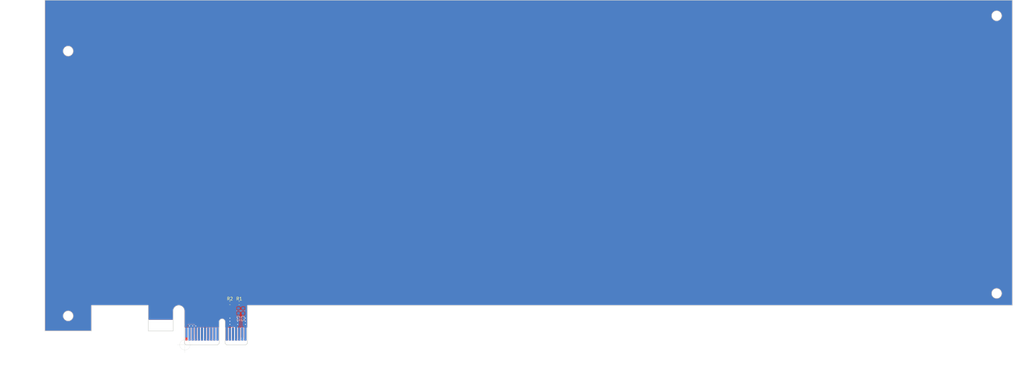
<source format=kicad_pcb>
(kicad_pcb (version 20171130) (host pcbnew 5.1.3-ffb9f22~84~ubuntu16.04.1)

  (general
    (thickness 1.6)
    (drawings 48)
    (tracks 35)
    (zones 0)
    (modules 6)
    (nets 25)
  )

  (page B)
  (title_block
    (title PCIexpress_x16_full)
    (company "Author: Luca Anastasio")
  )

  (layers
    (0 F.Cu power)
    (1 In1.Cu power)
    (2 In2.Cu power)
    (31 B.Cu power)
    (32 B.Adhes user)
    (33 F.Adhes user)
    (34 B.Paste user)
    (35 F.Paste user)
    (36 B.SilkS user)
    (37 F.SilkS user)
    (38 B.Mask user)
    (39 F.Mask user)
    (40 Dwgs.User user)
    (41 Cmts.User user)
    (42 Eco1.User user)
    (43 Eco2.User user)
    (44 Edge.Cuts user)
    (45 Margin user)
    (46 B.CrtYd user)
    (47 F.CrtYd user)
    (48 B.Fab user)
    (49 F.Fab user)
  )

  (setup
    (last_trace_width 0.0889)
    (user_trace_width 0.0889)
    (user_trace_width 0.127)
    (user_trace_width 0.2)
    (trace_clearance 0.0889)
    (zone_clearance 0)
    (zone_45_only no)
    (trace_min 0.0889)
    (via_size 0.45)
    (via_drill 0.2)
    (via_min_size 0.45)
    (via_min_drill 0.2)
    (user_via 0.45 0.2)
    (user_via 0.5 0.25)
    (user_via 0.55 0.3)
    (uvia_size 0.3)
    (uvia_drill 0.1)
    (uvias_allowed no)
    (uvia_min_size 0.2)
    (uvia_min_drill 0.1)
    (edge_width 0.05)
    (segment_width 0.2)
    (pcb_text_width 0.3)
    (pcb_text_size 1.5 1.5)
    (mod_edge_width 0.12)
    (mod_text_size 1 1)
    (mod_text_width 0.15)
    (pad_size 1.524 1.524)
    (pad_drill 0.762)
    (pad_to_mask_clearance 0.051)
    (solder_mask_min_width 0.25)
    (aux_axis_origin 109.625 194.125)
    (grid_origin 109.625 194.125)
    (visible_elements FFFDFFFF)
    (pcbplotparams
      (layerselection 0x010fc_ffffffff)
      (usegerberextensions false)
      (usegerberattributes false)
      (usegerberadvancedattributes false)
      (creategerberjobfile false)
      (excludeedgelayer true)
      (linewidth 0.100000)
      (plotframeref false)
      (viasonmask false)
      (mode 1)
      (useauxorigin false)
      (hpglpennumber 1)
      (hpglpenspeed 20)
      (hpglpendiameter 15.000000)
      (psnegative false)
      (psa4output false)
      (plotreference true)
      (plotvalue true)
      (plotinvisibletext false)
      (padsonsilk false)
      (subtractmaskfromsilk false)
      (outputformat 1)
      (mirror false)
      (drillshape 1)
      (scaleselection 1)
      (outputdirectory ""))
  )

  (net 0 "")
  (net 1 GND)
  (net 2 +12V)
  (net 3 +3V3)
  (net 4 +3.3VA)
  (net 5 "Net-(J2-PadB12)")
  (net 6 /PER0_P)
  (net 7 /PER0_N)
  (net 8 /SMCLK)
  (net 9 /SMDAT)
  (net 10 /~TRST)
  (net 11 /~WAKE)
  (net 12 /PET0_P)
  (net 13 /PET0_N)
  (net 14 /~PRSNT2x1)
  (net 15 /~PRSNT1)
  (net 16 /TCK)
  (net 17 /TDI)
  (net 18 /TDO)
  (net 19 /TMS)
  (net 20 /~PERST)
  (net 21 /REFCLK-)
  (net 22 /REFCLK+)
  (net 23 /PCIexpress_connector/_PER0_P)
  (net 24 /PCIexpress_connector/_PER0_N)

  (net_class Default "This is the default net class."
    (clearance 0.0889)
    (trace_width 0.0889)
    (via_dia 0.45)
    (via_drill 0.2)
    (uvia_dia 0.3)
    (uvia_drill 0.1)
    (diff_pair_width 0.2)
    (diff_pair_gap 0.2)
    (add_net +12V)
    (add_net +3.3VA)
    (add_net +3V3)
    (add_net /SMCLK)
    (add_net /SMDAT)
    (add_net /TCK)
    (add_net /TDI)
    (add_net /TDO)
    (add_net /TMS)
    (add_net /~PERST)
    (add_net /~PRSNT1)
    (add_net /~PRSNT2x1)
    (add_net /~TRST)
    (add_net /~WAKE)
    (add_net GND)
    (add_net "Net-(J2-PadB12)")
  )

  (net_class Diff-100-PCIe ""
    (clearance 0.2)
    (trace_width 0.0889)
    (via_dia 0.45)
    (via_drill 0.2)
    (uvia_dia 0.3)
    (uvia_drill 0.1)
    (diff_pair_width 0.2)
    (diff_pair_gap 0.2)
    (add_net /PCIexpress_connector/_PER0_N)
    (add_net /PCIexpress_connector/_PER0_P)
    (add_net /PER0_N)
    (add_net /PER0_P)
    (add_net /PET0_N)
    (add_net /PET0_P)
    (add_net /REFCLK+)
    (add_net /REFCLK-)
  )

  (net_class JLC2313-100d-3.5 ""
    (clearance 0.1)
    (trace_width 0.0889)
    (via_dia 0.45)
    (via_drill 0.2)
    (uvia_dia 0.3)
    (uvia_drill 0.1)
    (diff_pair_width 0.0889)
    (diff_pair_gap 0.1016)
  )

  (net_class JLC2313-100d-4 ""
    (clearance 0.1)
    (trace_width 0.0889)
    (via_dia 0.45)
    (via_drill 0.2)
    (uvia_dia 0.3)
    (uvia_drill 0.1)
    (diff_pair_width 0.1016)
    (diff_pair_gap 0.127)
  )

  (net_class JLC7628-100d-8 ""
    (clearance 0.2)
    (trace_width 0.0889)
    (via_dia 0.45)
    (via_drill 0.2)
    (uvia_dia 0.3)
    (uvia_drill 0.1)
    (diff_pair_width 0.2032)
    (diff_pair_gap 0.2032)
  )

  (module PCIexpress:PCIexpress_x1 (layer F.Cu) (tedit 5D338A37) (tstamp 5D4F3706)
    (at 109.625 194.125)
    (descr "PCIexpress x1 footprint")
    (tags PCIexpress)
    (path /5D508B15/5D4FEBD7)
    (attr virtual)
    (fp_text reference J2 (at 0 -19.75) (layer F.SilkS) hide
      (effects (font (size 1 1) (thickness 0.15)))
    )
    (fp_text value PCIexpress_x1 (at 0 -23) (layer F.Fab)
      (effects (font (size 1 1) (thickness 0.15)))
    )
    (fp_text user "Keep out components and traces both sides" (at 264.25 -65.25 90) (layer Cmts.User)
      (effects (font (size 1 1) (thickness 0.15)))
    )
    (fp_text user %R (at 0 -17.5) (layer F.Fab)
      (effects (font (size 1 1) (thickness 0.15)))
    )
    (fp_line (start 0.35 0) (end 10.55 0) (layer Dwgs.User) (width 0.12))
    (fp_line (start 11.05 -7.45) (end 11.05 -0.5) (layer Dwgs.User) (width 0.12))
    (fp_line (start 12.95 -7.45) (end 12.95 -0.5) (layer Dwgs.User) (width 0.12))
    (fp_arc (start 12 -7.45) (end 11.05 -7.45) (angle 180) (layer Dwgs.User) (width 0.12))
    (fp_line (start 11.05 -0.5) (end 10.55 0) (layer Dwgs.User) (width 0.12))
    (fp_line (start 12.95 -0.5) (end 13.45 0) (layer Dwgs.User) (width 0.12))
    (fp_line (start 13.45 0) (end 19.65 0) (layer Dwgs.User) (width 0.12))
    (fp_line (start -0.15 -0.5) (end -0.15 -10.925) (layer Dwgs.User) (width 0.12))
    (fp_line (start 20.15 -0.5) (end 20.15 -12.75) (layer Dwgs.User) (width 0.12))
    (fp_line (start -0.15 -0.5) (end 0.35 0) (layer Dwgs.User) (width 0.12))
    (fp_line (start 20.15 -0.5) (end 19.65 0) (layer Dwgs.User) (width 0.12))
    (fp_poly (pts (xy -0.25 -5.5) (xy 20.25 -5.5) (xy 20.25 0) (xy -0.25 0)) (layer F.Mask) (width 0.2))
    (fp_poly (pts (xy -0.25 -5.5) (xy 20.25 -5.5) (xy 20.25 0) (xy -0.25 0)) (layer B.Mask) (width 0.2))
    (fp_arc (start -1.975 -10.925) (end -0.15 -10.925) (angle -180) (layer Dwgs.User) (width 0.12))
    (fp_line (start -11.8 -4.5) (end -3.8 -4.5) (layer Dwgs.User) (width 0.12))
    (fp_line (start -3.8 -4.5) (end -3.8 -10.925) (layer Dwgs.User) (width 0.12))
    (fp_line (start -11.8 -4.5) (end -11.8 -12.75) (layer Dwgs.User) (width 0.12))
    (fp_line (start -30.15 -12.75) (end -11.8 -12.75) (layer Dwgs.User) (width 0.12))
    (fp_line (start -30.15 -4.5) (end -30.15 -12.75) (layer Dwgs.User) (width 0.12))
    (fp_line (start -30.15 -4.5) (end -45.15 -4.5) (layer Dwgs.User) (width 0.12))
    (fp_line (start 20.15 -12.75) (end 122.5027 -12.75) (layer Dwgs.User) (width 0.12))
    (fp_line (start -45.15 -111.15) (end 122.5 -111.15) (layer Dwgs.User) (width 0.12))
    (fp_line (start 122.5 -111.15) (end 122.5 -12.75) (layer Dwgs.User) (width 0.12))
    (fp_line (start -45.15 -111.15) (end -45.15 -4.5) (layer Dwgs.User) (width 0.12))
    (fp_line (start -45.15 -68.9) (end 122.5 -68.9) (layer Dwgs.User) (width 0.12))
    (fp_text user "Low profile max height" (at 39.25 -71) (layer Cmts.User)
      (effects (font (size 2 2) (thickness 0.25)))
    )
    (fp_text user "Full height max" (at 36.75 -108.25) (layer Cmts.User)
      (effects (font (size 2 2) (thickness 0.25)))
    )
    (fp_text user "Half length max" (at 124.5 -72.25 90) (layer Cmts.User)
      (effects (font (size 2 2) (thickness 0.25)))
    )
    (fp_circle (center -37.65 -9.35) (end -36.05 -9.35) (layer Dwgs.User) (width 0.12))
    (fp_line (start -11.8 -8) (end -3.8 -8) (layer Dwgs.User) (width 0.12))
    (fp_text user "Keep Out Cu" (at -7.75 -3.5) (layer Cmts.User)
      (effects (font (size 1 1) (thickness 0.15)))
    )
    (fp_poly (pts (xy -11.8 -4.5) (xy -11.8 -8) (xy -3.8 -8) (xy -3.8 -4.5)) (layer F.Mask) (width 0))
    (fp_poly (pts (xy -11.8 -4.5) (xy -11.8 -8) (xy -3.8 -8) (xy -3.8 -4.5)) (layer B.Mask) (width 0))
    (fp_circle (center -37.65 -63.25) (end -36.05 -63.25) (layer Dwgs.User) (width 0.12))
    (fp_circle (center -37.65 -94.75) (end -36.05 -94.75) (layer Dwgs.User) (width 0.12))
    (fp_line (start 122.5027 -12.75) (end 266.8527 -12.75) (layer Dwgs.User) (width 0.12))
    (fp_line (start 122.5 -111.15) (end 266.85 -111.15) (layer Dwgs.User) (width 0.12))
    (fp_line (start 266.85 -111.15) (end 266.8527 -12.75) (layer Dwgs.User) (width 0.12))
    (fp_text user "Full length max" (at 269 -74 90) (layer Cmts.User)
      (effects (font (size 2 2) (thickness 0.25)))
    )
    (fp_line (start -0.15 -10.925) (end -0.15 -13.75) (layer Dwgs.User) (width 0.12))
    (fp_line (start -0.15 -13.75) (end -45.15 -13.75) (layer Dwgs.User) (width 0.12))
    (fp_line (start 20.15 -12.75) (end 20.15 -13.75) (layer Dwgs.User) (width 0.12))
    (fp_text user "Keep out components and traces both sides" (at -21.75 -12) (layer Cmts.User)
      (effects (font (size 1 1) (thickness 0.15)))
    )
    (fp_line (start -45.15 -58.5) (end -32.45 -58.5) (layer Dwgs.User) (width 0.12))
    (fp_line (start -32.45 -58.5) (end -32.45 -67.9) (layer Dwgs.User) (width 0.12))
    (fp_line (start -32.45 -110.15) (end 92 -110.15) (layer Dwgs.User) (width 0.12))
    (fp_line (start 20.15 -13.75) (end 121.5 -13.75) (layer Dwgs.User) (width 0.12))
    (fp_line (start 92 -110.15) (end 92 -108.15) (layer Dwgs.User) (width 0.12))
    (fp_line (start 92 -108.15) (end 117.42 -108.15) (layer Dwgs.User) (width 0.12))
    (fp_line (start 121.5 -67.9) (end 121.5 -13.75) (layer Dwgs.User) (width 0.12))
    (fp_line (start -44.15 -58.5) (end -44.15 -13.75) (layer Dwgs.User) (width 0.12))
    (fp_text user "Keep out components and traces solder side" (at -44.75 -36 90) (layer Cmts.User)
      (effects (font (size 1 1) (thickness 0.15)))
    )
    (fp_text user "Keep out components and traces both sides" (at 121.893243 -40.134926 90) (layer Cmts.User)
      (effects (font (size 1 1) (thickness 0.15)))
    )
    (fp_line (start -32.45 -67.9) (end 121.5 -67.9) (layer Dwgs.User) (width 0.12))
    (fp_line (start -45.15 -89.7) (end -32.45 -89.7) (layer Dwgs.User) (width 0.12))
    (fp_line (start -32.45 -110.15) (end -32.45 -89.7) (layer Dwgs.User) (width 0.12))
    (fp_line (start 117.42 -108.15) (end 117.42 -13.75) (layer Dwgs.User) (width 0.12))
    (fp_text user "Keep out components and traces both sides" (at 120 -87.75 90) (layer Cmts.User)
      (effects (font (size 1 1) (thickness 0.15)))
    )
    (fp_line (start -40.07 -13.75) (end -40.07 -89.7) (layer Dwgs.User) (width 0.12))
    (fp_text user "Keep out components and traces solder side" (at -42.25 -77.5 180) (layer Cmts.User)
      (effects (font (size 1 1) (thickness 0.15)))
    )
    (fp_text user "Max component height: solder side 2,67mm component side 14,49mm" (at 40 -44.25) (layer Cmts.User)
      (effects (font (size 2 2) (thickness 0.25)))
    )
    (fp_line (start 96.9 -14.1) (end 96.9 -13.75) (layer Dwgs.User) (width 0.12))
    (fp_line (start 96.9 -14.1) (end 105.05 -14.1) (layer Dwgs.User) (width 0.12))
    (fp_line (start 105.05 -14.1) (end 105.05 -16.1) (layer Dwgs.User) (width 0.12))
    (fp_line (start 105.05 -16.1) (end 110.3 -16.1) (layer Dwgs.User) (width 0.12))
    (fp_line (start 110.3 -16.1) (end 110.3 -13.75) (layer Dwgs.User) (width 0.12))
    (fp_text user "Keep out components and traces component side" (at 107.75 -9 180) (layer Cmts.User)
      (effects (font (size 1 1) (thickness 0.15)))
    )
    (fp_line (start 107.5 -10) (end 107.5 -15) (layer Cmts.User) (width 0.12))
    (fp_line (start 107.5 -15) (end 107 -14.5) (layer Cmts.User) (width 0.12))
    (fp_line (start 107.5 -15) (end 108 -14.5) (layer Cmts.User) (width 0.12))
    (fp_line (start 122.5 -108.15) (end 256.65 -108.15) (layer Dwgs.User) (width 0.12))
    (fp_line (start 256.65 -108.15) (end 256.65 -99.7) (layer Dwgs.User) (width 0.12))
    (fp_line (start 122.5 -13.75) (end 256.65 -13.75) (layer Dwgs.User) (width 0.12))
    (fp_line (start 256.65 -13.75) (end 256.65 -22.9) (layer Dwgs.User) (width 0.12))
    (fp_line (start 256.65 -22.9) (end 261.77 -22.9) (layer Dwgs.User) (width 0.12))
    (fp_line (start 256.65 -99.7) (end 261.77 -99.7) (layer Dwgs.User) (width 0.12))
    (fp_line (start 261.77 -99.7) (end 261.77 -22.9) (layer Dwgs.User) (width 0.12))
    (fp_circle (center 261.77 -16.6) (end 263.37 -16.6) (layer Dwgs.User) (width 0.12))
    (fp_circle (center 261.77 -106.13) (end 263.37 -106.13) (layer Dwgs.User) (width 0.12))
    (pad B1 connect rect (at 0.5 -3.5) (size 0.7 4.2) (layers F.Cu)
      (net 2 +12V))
    (pad B2 connect rect (at 1.5 -3.5) (size 0.7 4.2) (layers F.Cu)
      (net 2 +12V))
    (pad B3 connect rect (at 2.5 -3.5) (size 0.7 4.2) (layers F.Cu)
      (net 2 +12V))
    (pad B4 connect rect (at 3.5 -3.5) (size 0.7 4.2) (layers F.Cu)
      (net 1 GND))
    (pad B5 connect rect (at 4.5 -3.5) (size 0.7 4.2) (layers F.Cu)
      (net 8 /SMCLK))
    (pad B6 connect rect (at 5.5 -3.5) (size 0.7 4.2) (layers F.Cu)
      (net 9 /SMDAT))
    (pad B7 connect rect (at 6.5 -3.5) (size 0.7 4.2) (layers F.Cu)
      (net 1 GND))
    (pad B8 connect rect (at 7.5 -3.5) (size 0.7 4.2) (layers F.Cu)
      (net 3 +3V3))
    (pad B9 connect rect (at 8.5 -3.5) (size 0.7 4.2) (layers F.Cu)
      (net 10 /~TRST))
    (pad B10 connect rect (at 9.5 -3.5) (size 0.7 4.2) (layers F.Cu)
      (net 4 +3.3VA))
    (pad B11 connect rect (at 10.5 -3.5) (size 0.7 4.2) (layers F.Cu)
      (net 11 /~WAKE))
    (pad B14 connect rect (at 15.5 -3.5) (size 0.7 4.2) (layers F.Cu)
      (net 12 /PET0_P))
    (pad B15 connect rect (at 16.5 -3.5) (size 0.7 4.2) (layers F.Cu)
      (net 13 /PET0_N))
    (pad B16 connect rect (at 17.5 -3.5) (size 0.7 4.2) (layers F.Cu)
      (net 1 GND))
    (pad B17 connect rect (at 18.5 -4) (size 0.7 3.2) (layers F.Cu)
      (net 14 /~PRSNT2x1))
    (pad B18 connect rect (at 19.5 -3.5) (size 0.7 4.2) (layers F.Cu)
      (net 1 GND))
    (pad B12 connect rect (at 13.5 -3.5) (size 0.7 4.2) (layers F.Cu)
      (net 5 "Net-(J2-PadB12)"))
    (pad B13 connect rect (at 14.5 -3.5) (size 0.7 4.2) (layers F.Cu)
      (net 1 GND))
    (pad A1 connect rect (at 0.5 -4) (size 0.7 3.2) (layers B.Cu)
      (net 15 /~PRSNT1))
    (pad A2 connect rect (at 1.5 -3.5) (size 0.7 4.2) (layers B.Cu)
      (net 2 +12V))
    (pad A3 connect rect (at 2.5 -3.5) (size 0.7 4.2) (layers B.Cu)
      (net 2 +12V))
    (pad A4 connect rect (at 3.5 -3.5) (size 0.7 4.2) (layers B.Cu)
      (net 1 GND))
    (pad A5 connect rect (at 4.5 -3.5) (size 0.7 4.2) (layers B.Cu)
      (net 16 /TCK))
    (pad A6 connect rect (at 5.5 -3.5) (size 0.7 4.2) (layers B.Cu)
      (net 17 /TDI))
    (pad A7 connect rect (at 6.5 -3.5) (size 0.7 4.2) (layers B.Cu)
      (net 18 /TDO))
    (pad A8 connect rect (at 7.5 -3.5) (size 0.7 4.2) (layers B.Cu)
      (net 19 /TMS))
    (pad A9 connect rect (at 8.5 -3.5) (size 0.7 4.2) (layers B.Cu)
      (net 3 +3V3))
    (pad A10 connect rect (at 9.5 -3.5) (size 0.7 4.2) (layers B.Cu)
      (net 3 +3V3))
    (pad A11 connect rect (at 10.5 -3.5) (size 0.7 4.2) (layers B.Cu)
      (net 20 /~PERST))
    (pad A14 connect rect (at 15.5 -3.5) (size 0.7 4.2) (layers B.Cu)
      (net 21 /REFCLK-))
    (pad A15 connect rect (at 16.5 -3.5) (size 0.7 4.2) (layers B.Cu)
      (net 1 GND))
    (pad A16 connect rect (at 17.5 -3.5) (size 0.7 4.2) (layers B.Cu)
      (net 23 /PCIexpress_connector/_PER0_P))
    (pad A17 connect rect (at 18.5 -3.5) (size 0.7 4.2) (layers B.Cu)
      (net 24 /PCIexpress_connector/_PER0_N))
    (pad A18 connect rect (at 19.5 -3.5) (size 0.7 4.2) (layers B.Cu)
      (net 1 GND))
    (pad A12 connect rect (at 13.5 -3.5) (size 0.7 4.2) (layers B.Cu)
      (net 1 GND))
    (pad A13 connect rect (at 14.5 -3.5) (size 0.7 4.2) (layers B.Cu)
      (net 22 /REFCLK+))
  )

  (module Capacitor_SMD:C_0603_1608Metric (layer B.Cu) (tedit 5B301BBE) (tstamp 5D3B9A8E)
    (at 128.375 183.125 90)
    (descr "Capacitor SMD 0603 (1608 Metric), square (rectangular) end terminal, IPC_7351 nominal, (Body size source: http://www.tortai-tech.com/upload/download/2011102023233369053.pdf), generated with kicad-footprint-generator")
    (tags capacitor)
    (path /5D508B15/5DAB5272/5DAB685F)
    (attr smd)
    (fp_text reference C2 (at -2.5 0 90) (layer B.SilkS)
      (effects (font (size 1 1) (thickness 0.15)) (justify mirror))
    )
    (fp_text value 100n (at 0 -1.43 90) (layer B.Fab)
      (effects (font (size 1 1) (thickness 0.15)) (justify mirror))
    )
    (fp_text user %R (at 0 0 90) (layer B.Fab)
      (effects (font (size 0.4 0.4) (thickness 0.06)) (justify mirror))
    )
    (fp_line (start 1.48 -0.73) (end -1.48 -0.73) (layer B.CrtYd) (width 0.05))
    (fp_line (start 1.48 0.73) (end 1.48 -0.73) (layer B.CrtYd) (width 0.05))
    (fp_line (start -1.48 0.73) (end 1.48 0.73) (layer B.CrtYd) (width 0.05))
    (fp_line (start -1.48 -0.73) (end -1.48 0.73) (layer B.CrtYd) (width 0.05))
    (fp_line (start -0.162779 -0.51) (end 0.162779 -0.51) (layer B.SilkS) (width 0.12))
    (fp_line (start -0.162779 0.51) (end 0.162779 0.51) (layer B.SilkS) (width 0.12))
    (fp_line (start 0.8 -0.4) (end -0.8 -0.4) (layer B.Fab) (width 0.1))
    (fp_line (start 0.8 0.4) (end 0.8 -0.4) (layer B.Fab) (width 0.1))
    (fp_line (start -0.8 0.4) (end 0.8 0.4) (layer B.Fab) (width 0.1))
    (fp_line (start -0.8 -0.4) (end -0.8 0.4) (layer B.Fab) (width 0.1))
    (pad 2 smd roundrect (at 0.7875 0 90) (size 0.875 0.95) (layers B.Cu B.Paste B.Mask) (roundrect_rratio 0.25)
      (net 7 /PER0_N))
    (pad 1 smd roundrect (at -0.7875 0 90) (size 0.875 0.95) (layers B.Cu B.Paste B.Mask) (roundrect_rratio 0.25)
      (net 24 /PCIexpress_connector/_PER0_N))
    (model ${KISYS3DMOD}/Capacitor_SMD.3dshapes/C_0603_1608Metric.wrl
      (at (xyz 0 0 0))
      (scale (xyz 1 1 1))
      (rotate (xyz 0 0 0))
    )
  )

  (module Capacitor_SMD:C_0603_1608Metric (layer B.Cu) (tedit 5B301BBE) (tstamp 5D3B9A7D)
    (at 126.875 183.125 270)
    (descr "Capacitor SMD 0603 (1608 Metric), square (rectangular) end terminal, IPC_7351 nominal, (Body size source: http://www.tortai-tech.com/upload/download/2011102023233369053.pdf), generated with kicad-footprint-generator")
    (tags capacitor)
    (path /5D508B15/5DAB5272/5DAB6859)
    (attr smd)
    (fp_text reference C1 (at 2.5 0 90) (layer B.SilkS)
      (effects (font (size 1 1) (thickness 0.15)) (justify mirror))
    )
    (fp_text value 100n (at 0 -1.43 90) (layer B.Fab)
      (effects (font (size 1 1) (thickness 0.15)) (justify mirror))
    )
    (fp_text user %R (at 0 0 90) (layer B.Fab)
      (effects (font (size 0.4 0.4) (thickness 0.06)) (justify mirror))
    )
    (fp_line (start 1.48 -0.73) (end -1.48 -0.73) (layer B.CrtYd) (width 0.05))
    (fp_line (start 1.48 0.73) (end 1.48 -0.73) (layer B.CrtYd) (width 0.05))
    (fp_line (start -1.48 0.73) (end 1.48 0.73) (layer B.CrtYd) (width 0.05))
    (fp_line (start -1.48 -0.73) (end -1.48 0.73) (layer B.CrtYd) (width 0.05))
    (fp_line (start -0.162779 -0.51) (end 0.162779 -0.51) (layer B.SilkS) (width 0.12))
    (fp_line (start -0.162779 0.51) (end 0.162779 0.51) (layer B.SilkS) (width 0.12))
    (fp_line (start 0.8 -0.4) (end -0.8 -0.4) (layer B.Fab) (width 0.1))
    (fp_line (start 0.8 0.4) (end 0.8 -0.4) (layer B.Fab) (width 0.1))
    (fp_line (start -0.8 0.4) (end 0.8 0.4) (layer B.Fab) (width 0.1))
    (fp_line (start -0.8 -0.4) (end -0.8 0.4) (layer B.Fab) (width 0.1))
    (pad 2 smd roundrect (at 0.7875 0 270) (size 0.875 0.95) (layers B.Cu B.Paste B.Mask) (roundrect_rratio 0.25)
      (net 23 /PCIexpress_connector/_PER0_P))
    (pad 1 smd roundrect (at -0.7875 0 270) (size 0.875 0.95) (layers B.Cu B.Paste B.Mask) (roundrect_rratio 0.25)
      (net 6 /PER0_P))
    (model ${KISYS3DMOD}/Capacitor_SMD.3dshapes/C_0603_1608Metric.wrl
      (at (xyz 0 0 0))
      (scale (xyz 1 1 1))
      (rotate (xyz 0 0 0))
    )
  )

  (module Resistor_SMD:R_0603_1608Metric (layer F.Cu) (tedit 5B301BBD) (tstamp 5D3B91F9)
    (at 124.125 180.625 180)
    (descr "Resistor SMD 0603 (1608 Metric), square (rectangular) end terminal, IPC_7351 nominal, (Body size source: http://www.tortai-tech.com/upload/download/2011102023233369053.pdf), generated with kicad-footprint-generator")
    (tags resistor)
    (path /5D508B15/5D516DFB/5D52E298)
    (attr smd)
    (fp_text reference R2 (at 0 1.375) (layer F.SilkS)
      (effects (font (size 1 1) (thickness 0.15)))
    )
    (fp_text value 49.9 (at 0 1.43) (layer F.Fab)
      (effects (font (size 1 1) (thickness 0.15)))
    )
    (fp_text user %R (at 0 0) (layer F.Fab)
      (effects (font (size 0.4 0.4) (thickness 0.06)))
    )
    (fp_line (start 1.48 0.73) (end -1.48 0.73) (layer F.CrtYd) (width 0.05))
    (fp_line (start 1.48 -0.73) (end 1.48 0.73) (layer F.CrtYd) (width 0.05))
    (fp_line (start -1.48 -0.73) (end 1.48 -0.73) (layer F.CrtYd) (width 0.05))
    (fp_line (start -1.48 0.73) (end -1.48 -0.73) (layer F.CrtYd) (width 0.05))
    (fp_line (start -0.162779 0.51) (end 0.162779 0.51) (layer F.SilkS) (width 0.12))
    (fp_line (start -0.162779 -0.51) (end 0.162779 -0.51) (layer F.SilkS) (width 0.12))
    (fp_line (start 0.8 0.4) (end -0.8 0.4) (layer F.Fab) (width 0.1))
    (fp_line (start 0.8 -0.4) (end 0.8 0.4) (layer F.Fab) (width 0.1))
    (fp_line (start -0.8 -0.4) (end 0.8 -0.4) (layer F.Fab) (width 0.1))
    (fp_line (start -0.8 0.4) (end -0.8 -0.4) (layer F.Fab) (width 0.1))
    (pad 2 smd roundrect (at 0.7875 0 180) (size 0.875 0.95) (layers F.Cu F.Paste F.Mask) (roundrect_rratio 0.25)
      (net 1 GND))
    (pad 1 smd roundrect (at -0.7875 0 180) (size 0.875 0.95) (layers F.Cu F.Paste F.Mask) (roundrect_rratio 0.25)
      (net 12 /PET0_P))
    (model ${KISYS3DMOD}/Resistor_SMD.3dshapes/R_0603_1608Metric.wrl
      (at (xyz 0 0 0))
      (scale (xyz 1 1 1))
      (rotate (xyz 0 0 0))
    )
  )

  (module Resistor_SMD:R_0603_1608Metric (layer F.Cu) (tedit 5B301BBD) (tstamp 5D3B91E8)
    (at 127.125 180.625)
    (descr "Resistor SMD 0603 (1608 Metric), square (rectangular) end terminal, IPC_7351 nominal, (Body size source: http://www.tortai-tech.com/upload/download/2011102023233369053.pdf), generated with kicad-footprint-generator")
    (tags resistor)
    (path /5D508B15/5D516DFB/5D52DCBC)
    (attr smd)
    (fp_text reference R1 (at 0 -1.375) (layer F.SilkS)
      (effects (font (size 1 1) (thickness 0.15)))
    )
    (fp_text value 49.9 (at 0 1.43) (layer F.Fab)
      (effects (font (size 1 1) (thickness 0.15)))
    )
    (fp_text user %R (at 0 0) (layer F.Fab)
      (effects (font (size 0.4 0.4) (thickness 0.06)))
    )
    (fp_line (start 1.48 0.73) (end -1.48 0.73) (layer F.CrtYd) (width 0.05))
    (fp_line (start 1.48 -0.73) (end 1.48 0.73) (layer F.CrtYd) (width 0.05))
    (fp_line (start -1.48 -0.73) (end 1.48 -0.73) (layer F.CrtYd) (width 0.05))
    (fp_line (start -1.48 0.73) (end -1.48 -0.73) (layer F.CrtYd) (width 0.05))
    (fp_line (start -0.162779 0.51) (end 0.162779 0.51) (layer F.SilkS) (width 0.12))
    (fp_line (start -0.162779 -0.51) (end 0.162779 -0.51) (layer F.SilkS) (width 0.12))
    (fp_line (start 0.8 0.4) (end -0.8 0.4) (layer F.Fab) (width 0.1))
    (fp_line (start 0.8 -0.4) (end 0.8 0.4) (layer F.Fab) (width 0.1))
    (fp_line (start -0.8 -0.4) (end 0.8 -0.4) (layer F.Fab) (width 0.1))
    (fp_line (start -0.8 0.4) (end -0.8 -0.4) (layer F.Fab) (width 0.1))
    (pad 2 smd roundrect (at 0.7875 0) (size 0.875 0.95) (layers F.Cu F.Paste F.Mask) (roundrect_rratio 0.25)
      (net 1 GND))
    (pad 1 smd roundrect (at -0.7875 0) (size 0.875 0.95) (layers F.Cu F.Paste F.Mask) (roundrect_rratio 0.25)
      (net 13 /PET0_N))
    (model ${KISYS3DMOD}/Resistor_SMD.3dshapes/R_0603_1608Metric.wrl
      (at (xyz 0 0 0))
      (scale (xyz 1 1 1))
      (rotate (xyz 0 0 0))
    )
  )

  (module PCIexpress:PCIexpress_bracket_full (layer F.Cu) (tedit 5D33889E) (tstamp 5D3B1558)
    (at 109.625 194.125)
    (descr "PCIexpress full height bracket")
    (tags "PCIexpress bracket")
    (path /5D508B15/5D51ADA7)
    (attr virtual)
    (fp_text reference J1 (at 0 -19.75) (layer F.SilkS) hide
      (effects (font (size 1 1) (thickness 0.15)))
    )
    (fp_text value PCIexpress_bracket (at 0 -23) (layer F.Fab)
      (effects (font (size 1 1) (thickness 0.15)))
    )
    (fp_circle (center -37.65 -9.35) (end -36.05 -9.35) (layer Dwgs.User) (width 0.12))
    (fp_circle (center -37.65 -94.75) (end -36.05 -94.75) (layer Dwgs.User) (width 0.12))
    (fp_line (start -46.18 10.09) (end -46.62188 15.140707) (layer Dwgs.User) (width 0.12))
    (fp_line (start -47.04 10.09) (end -47.48188 15.140707) (layer Dwgs.User) (width 0.12))
    (fp_line (start -35.74 -5.375) (end -46.18 -5.375) (layer Dwgs.User) (width 0.12))
    (fp_arc (start -35.74 -6.645) (end -35.74 -5.375) (angle -90) (layer Dwgs.User) (width 0.12))
    (fp_arc (start -35.74 -12.055) (end -34.47 -12.055) (angle -90) (layer Dwgs.User) (width 0.12))
    (fp_line (start -34.47 -12.055) (end -34.47 -6.645) (layer Dwgs.User) (width 0.12))
    (fp_line (start -35.74 -13.325) (end -46.18 -13.325) (layer Dwgs.User) (width 0.12))
    (fp_line (start -35.74 -90.775) (end -46.18 -90.775) (layer Dwgs.User) (width 0.12))
    (fp_line (start -35.74 -98.725) (end -46.18 -98.725) (layer Dwgs.User) (width 0.12))
    (fp_arc (start -35.74 -92.045) (end -35.74 -90.775) (angle -90) (layer Dwgs.User) (width 0.12))
    (fp_arc (start -35.74 -97.455) (end -34.47 -97.455) (angle -90) (layer Dwgs.User) (width 0.12))
    (fp_line (start -34.47 -97.455) (end -34.47 -92.045) (layer Dwgs.User) (width 0.12))
    (fp_line (start -58.47 -104.86) (end -58.47 -105.72) (layer Dwgs.User) (width 0.12))
    (fp_line (start -47.04 -105.72) (end -58.47 -105.72) (layer Dwgs.User) (width 0.12))
    (fp_line (start -47.04 -104.86) (end -58.47 -104.86) (layer Dwgs.User) (width 0.12))
    (fp_arc (start -47.04 -104.86) (end -46.18 -104.86) (angle -90) (layer Dwgs.User) (width 0.12))
    (fp_line (start -47.04 -104.86) (end -47.04 10.09) (layer Dwgs.User) (width 0.12))
    (fp_line (start -47.48188 15.140707) (end -46.62188 15.140707) (layer Dwgs.User) (width 0.12))
    (fp_line (start -46.18 -104.86) (end -46.18 10.09) (layer Dwgs.User) (width 0.12))
    (model ${KIPRJMOD}/../Library/PCIexpress.3dshapes/PCIexpress_bracket_full.step
      (offset (xyz -46.18 104.86 15.86))
      (scale (xyz 1 1 1))
      (rotate (xyz 0 0 90))
    )
  )

  (gr_line (start 129.775 181.375) (end 376.4777 181.375) (layer Edge.Cuts) (width 0.15))
  (gr_line (start 129.775 193.625) (end 129.775 181.375) (layer Edge.Cuts) (width 0.15))
  (gr_line (start 129.275 194.125) (end 129.775 193.625) (layer Edge.Cuts) (width 0.15))
  (gr_line (start 123.075 194.125) (end 129.275 194.125) (layer Edge.Cuts) (width 0.15))
  (target plus (at 109.625 194.125) (size 5) (width 0.05) (layer Edge.Cuts))
  (gr_circle (center 371.395 87.995) (end 372.995 87.995) (layer Edge.Cuts) (width 0.15))
  (gr_circle (center 371.395 177.525) (end 372.995 177.525) (layer Edge.Cuts) (width 0.15))
  (gr_line (start 69.555 104.425) (end 69.555 180.375) (layer Dwgs.User) (width 0.15))
  (gr_line (start 109.475 180.375) (end 109.475 193.625) (layer Dwgs.User) (width 0.15))
  (gr_line (start 64.475 180.375) (end 109.475 180.375) (layer Dwgs.User) (width 0.15))
  (gr_line (start 64.475 104.425) (end 64.475 180.375) (layer Dwgs.User) (width 0.15))
  (gr_line (start 77.175 104.425) (end 64.475 104.425) (layer Dwgs.User) (width 0.15))
  (gr_line (start 77.175 83.975) (end 77.175 104.425) (layer Dwgs.User) (width 0.15))
  (gr_line (start 201.625 83.975) (end 77.175 83.975) (layer Dwgs.User) (width 0.15))
  (gr_line (start 201.625 85.975) (end 201.625 83.975) (layer Dwgs.User) (width 0.15))
  (gr_line (start 366.275 85.975) (end 201.625 85.975) (layer Dwgs.User) (width 0.15))
  (gr_line (start 366.275 94.425) (end 366.275 85.975) (layer Dwgs.User) (width 0.15))
  (gr_line (start 371.395 94.425) (end 366.275 94.425) (layer Dwgs.User) (width 0.15))
  (gr_line (start 371.395 171.225) (end 371.395 94.425) (layer Dwgs.User) (width 0.15))
  (gr_line (start 366.275 171.225) (end 371.395 171.225) (layer Dwgs.User) (width 0.15))
  (gr_line (start 366.275 180.375) (end 366.275 171.225) (layer Dwgs.User) (width 0.15))
  (gr_line (start 219.925 180.375) (end 366.275 180.375) (layer Dwgs.User) (width 0.15))
  (gr_line (start 219.925 178.025) (end 219.925 180.375) (layer Dwgs.User) (width 0.15))
  (gr_line (start 214.675 178.025) (end 219.925 178.025) (layer Dwgs.User) (width 0.15))
  (gr_line (start 214.675 180.025) (end 214.675 178.025) (layer Dwgs.User) (width 0.15))
  (gr_line (start 206.525 180.025) (end 214.675 180.025) (layer Dwgs.User) (width 0.15))
  (gr_line (start 206.525 180.375) (end 206.525 180.025) (layer Dwgs.User) (width 0.15))
  (gr_line (start 193.775 180.375) (end 206.525 180.375) (layer Dwgs.User) (width 0.15))
  (gr_circle (center 71.975 99.375) (end 73.575 99.375) (layer Edge.Cuts) (width 0.15))
  (gr_circle (center 71.975 184.775) (end 73.575 184.775) (layer Edge.Cuts) (width 0.15))
  (gr_arc (start 107.65 183.2) (end 109.475 183.2) (angle -180) (layer Edge.Cuts) (width 0.15))
  (gr_arc (start 121.625 186.675) (end 122.575 186.675) (angle -180) (layer Edge.Cuts) (width 0.15))
  (gr_line (start 109.475 183.2) (end 109.475 193.625) (layer Edge.Cuts) (width 0.15))
  (gr_line (start 105.825 189.625) (end 105.825 183.2) (layer Edge.Cuts) (width 0.15))
  (gr_line (start 97.825 189.625) (end 105.825 189.625) (layer Edge.Cuts) (width 0.15))
  (gr_line (start 97.825 181.375) (end 97.825 189.625) (layer Edge.Cuts) (width 0.15))
  (gr_line (start 79.475 181.375) (end 97.825 181.375) (layer Edge.Cuts) (width 0.15))
  (gr_line (start 79.475 189.625) (end 79.475 181.375) (layer Edge.Cuts) (width 0.15))
  (gr_line (start 64.475 189.625) (end 79.475 189.625) (layer Edge.Cuts) (width 0.15))
  (gr_line (start 64.475 82.975) (end 64.475 189.625) (layer Edge.Cuts) (width 0.15))
  (gr_line (start 376.475 82.975) (end 64.475 82.975) (layer Edge.Cuts) (width 0.15))
  (gr_line (start 376.4777 181.375) (end 376.475 82.975) (layer Edge.Cuts) (width 0.15))
  (gr_line (start 122.575 193.625) (end 123.075 194.125) (layer Edge.Cuts) (width 0.15))
  (gr_line (start 122.575 186.675) (end 122.575 193.625) (layer Edge.Cuts) (width 0.15))
  (gr_line (start 120.675 193.625) (end 120.675 186.675) (layer Edge.Cuts) (width 0.15))
  (gr_line (start 120.175 194.125) (end 120.675 193.625) (layer Edge.Cuts) (width 0.15))
  (gr_line (start 109.975 194.125) (end 120.175 194.125) (layer Edge.Cuts) (width 0.15))
  (gr_line (start 109.475 193.625) (end 109.975 194.125) (layer Edge.Cuts) (width 0.15))

  (via (at 124.125 185.5) (size 0.55) (drill 0.3) (layers F.Cu B.Cu) (net 1) (tstamp 5D3B5DF8))
  (via (at 129.125 185.5) (size 0.55) (drill 0.3) (layers F.Cu B.Cu) (net 1) (tstamp 5D3B5E00))
  (via (at 126.625 185.5) (size 0.55) (drill 0.3) (layers F.Cu B.Cu) (net 1) (tstamp 5D3B5E12))
  (via (at 124.125 186.5) (size 0.55) (drill 0.3) (layers F.Cu B.Cu) (net 1) (tstamp 5D3B5DF8))
  (via (at 129.125 186.5) (size 0.55) (drill 0.3) (layers F.Cu B.Cu) (net 1) (tstamp 5D3B5E00))
  (via (at 126.625 186.5) (size 0.55) (drill 0.3) (layers F.Cu B.Cu) (net 1) (tstamp 5D3B5E12))
  (via (at 129.125 187.5) (size 0.55) (drill 0.3) (layers F.Cu B.Cu) (net 1))
  (via (at 126.625 187.5) (size 0.55) (drill 0.3) (layers F.Cu B.Cu) (net 1))
  (via (at 124.125 187.5) (size 0.55) (drill 0.3) (layers F.Cu B.Cu) (net 1))
  (segment (start 113.125 188.125) (end 113.125 188.125) (width 0.7) (layer F.Cu) (net 1) (tstamp 5D3B5EBF))
  (segment (start 113.125 190.625) (end 113.125 188) (width 0.7) (layer F.Cu) (net 1))
  (via (at 113.125 188) (size 0.55) (drill 0.3) (layers F.Cu B.Cu) (net 1))
  (via (at 112.125 188) (size 0.55) (drill 0.3) (layers F.Cu B.Cu) (net 2))
  (via (at 111.125 188) (size 0.55) (drill 0.3) (layers F.Cu B.Cu) (net 2))
  (segment (start 111.125 190.625) (end 111.125 188) (width 0.0889) (layer F.Cu) (net 2))
  (segment (start 124.9125 181.26875) (end 124.9125 180.625) (width 0.2) (layer F.Cu) (net 12))
  (segment (start 125.425 181.78125) (end 124.9125 181.26875) (width 0.2) (layer F.Cu) (net 12))
  (segment (start 125.125 190.625) (end 125.125 188.375) (width 0.2) (layer F.Cu) (net 12))
  (segment (start 125.125 188.375) (end 125.425 188.075) (width 0.2) (layer F.Cu) (net 12))
  (segment (start 125.425 188.075) (end 125.425 181.78125) (width 0.2) (layer F.Cu) (net 12))
  (segment (start 126.3375 181.2875) (end 126.3375 180.625) (width 0.2) (layer F.Cu) (net 13))
  (segment (start 125.825 181.8) (end 126.3375 181.2875) (width 0.2) (layer F.Cu) (net 13))
  (segment (start 125.825 188.075) (end 125.825 181.8) (width 0.2) (layer F.Cu) (net 13))
  (segment (start 126.125 190.625) (end 126.125 188.375) (width 0.2) (layer F.Cu) (net 13))
  (segment (start 126.125 188.375) (end 125.825 188.075) (width 0.2) (layer F.Cu) (net 13))
  (segment (start 126.875 183.9125) (end 126.875 184.5) (width 0.2) (layer B.Cu) (net 23))
  (segment (start 127.125 188.375) (end 127.125 190.625) (width 0.2) (layer B.Cu) (net 23))
  (segment (start 126.875 184.5) (end 127.425 185.05) (width 0.2) (layer B.Cu) (net 23))
  (segment (start 127.425 185.05) (end 127.425 188.075) (width 0.2) (layer B.Cu) (net 23))
  (segment (start 127.425 188.075) (end 127.125 188.375) (width 0.2) (layer B.Cu) (net 23))
  (segment (start 127.825 188.075) (end 128.125 188.375) (width 0.2) (layer B.Cu) (net 24))
  (segment (start 128.375 183.9125) (end 128.375 184.5) (width 0.2) (layer B.Cu) (net 24))
  (segment (start 128.375 184.5) (end 127.825 185.05) (width 0.2) (layer B.Cu) (net 24))
  (segment (start 127.825 185.05) (end 127.825 188.075) (width 0.2) (layer B.Cu) (net 24))
  (segment (start 128.125 188.375) (end 128.125 190.625) (width 0.2) (layer B.Cu) (net 24))

  (zone (net 0) (net_name "") (layer B.Cu) (tstamp 0) (hatch edge 0.508)
    (connect_pads (clearance 0.508))
    (min_thickness 0.254)
    (keepout (tracks not_allowed) (vias not_allowed) (copperpour allowed))
    (fill (arc_segments 32) (thermal_gap 0.508) (thermal_bridge_width 0.508))
    (polygon
      (pts
        (xy 64.475 180.375) (xy 69.555 180.375) (xy 69.555 104.425) (xy 64.475 104.425)
      )
    )
  )
  (zone (net 0) (net_name "") (layer F.Cu) (tstamp 0) (hatch edge 0.508)
    (connect_pads (clearance 0.508))
    (min_thickness 0.254)
    (keepout (tracks not_allowed) (vias not_allowed) (copperpour allowed))
    (fill (arc_segments 32) (thermal_gap 0.508) (thermal_bridge_width 0.508))
    (polygon
      (pts
        (xy 206.525 180.375) (xy 206.525 180.025) (xy 214.675 180.025) (xy 214.675 178.025) (xy 219.925 178.025)
        (xy 219.925 180.375)
      )
    )
  )
  (zone (net 2) (net_name +12V) (layer B.Cu) (tstamp 5D3B68C0) (hatch full 0.508)
    (priority 2)
    (connect_pads thru_hole_only (clearance 0))
    (min_thickness 0.25)
    (fill yes (arc_segments 32) (thermal_gap 0.508) (thermal_bridge_width 0.508))
    (polygon
      (pts
        (xy 112.625 188.526) (xy 110.625 188.526) (xy 110.625 187.5) (xy 112.625 187.5)
      )
    )
    (filled_polygon
      (pts
        (xy 112.5 188.401) (xy 110.75 188.401) (xy 110.75 187.625) (xy 112.5 187.625)
      )
    )
  )
  (zone (net 2) (net_name +12V) (layer F.Cu) (tstamp 5D3B7F86) (hatch full 0.508)
    (priority 2)
    (connect_pads thru_hole_only (clearance 0))
    (min_thickness 0.25)
    (fill yes (arc_segments 32) (thermal_gap 0.508) (thermal_bridge_width 0.508))
    (polygon
      (pts
        (xy 112.625 188.526) (xy 109.375 188.526) (xy 109.375 187.5) (xy 112.625 187.5)
      )
    )
    (filled_polygon
      (pts
        (xy 112.5 188.401) (xy 109.675 188.401) (xy 109.675 187.625) (xy 112.5 187.625)
      )
    )
  )
  (zone (net 0) (net_name "") (layers F.Cu In1.Cu In2.Cu B.Cu) (tstamp 0) (hatch edge 0.508)
    (connect_pads (clearance 0))
    (min_thickness 0.254)
    (keepout (tracks not_allowed) (vias not_allowed) (copperpour allowed))
    (fill (arc_segments 32) (thermal_gap 0.508) (thermal_bridge_width 0.508))
    (polygon
      (pts
        (xy 64.475 180.375) (xy 109.475 180.375) (xy 109.475 183.2) (xy 105.825 183.2) (xy 105.825 186.125)
        (xy 97.825 186.125) (xy 97.825 181.375) (xy 79.475 181.375) (xy 79.475 189.625) (xy 64.475 189.625)
      )
    )
  )
  (zone (net 0) (net_name "") (layers F.Cu In1.Cu In2.Cu B.Cu) (tstamp 0) (hatch edge 0.508)
    (connect_pads (clearance 0))
    (min_thickness 0.254)
    (keepout (tracks not_allowed) (vias not_allowed) (copperpour not_allowed))
    (fill (arc_segments 32) (thermal_gap 0.508) (thermal_bridge_width 0.508))
    (polygon
      (pts
        (xy 97.825 186.125) (xy 105.825 186.125) (xy 105.825 189.625) (xy 97.825 189.625)
      )
    )
  )
  (zone (net 1) (net_name GND) (layer F.Cu) (tstamp 0) (hatch edge 0.508)
    (connect_pads thru_hole_only (clearance 0))
    (min_thickness 0.25)
    (fill yes (arc_segments 32) (thermal_gap 0.508) (thermal_bridge_width 0.508))
    (polygon
      (pts
        (xy 64.5 83) (xy 376.5 83) (xy 376.5 181.375) (xy 129.875 181.375) (xy 129.875 188.525)
        (xy 109.375 188.525) (xy 109.375 183.25) (xy 105.875 183.25) (xy 105.875 186) (xy 97.75 186)
        (xy 97.75 181.375) (xy 79.5 181.375) (xy 79.5 189.625) (xy 64.5 189.625)
      )
    )
    (filled_polygon
      (pts
        (xy 376.277695 181.175) (xy 129.784817 181.175) (xy 129.775 181.174033) (xy 129.765183 181.175) (xy 129.735793 181.177895)
        (xy 129.698093 181.189331) (xy 129.663349 181.207902) (xy 129.632895 181.232895) (xy 129.607902 181.263349) (xy 129.589331 181.298093)
        (xy 129.577895 181.335793) (xy 129.574033 181.375) (xy 129.575001 181.384827) (xy 129.575 188.4) (xy 128.649124 188.4)
        (xy 128.626981 188.373019) (xy 128.594411 188.346289) (xy 128.557252 188.326427) (xy 128.516932 188.314196) (xy 128.475 188.310066)
        (xy 127.775 188.310066) (xy 127.733068 188.314196) (xy 127.692748 188.326427) (xy 127.655589 188.346289) (xy 127.623019 188.373019)
        (xy 127.600876 188.4) (xy 126.776699 188.4) (xy 126.746535 188.343566) (xy 126.705921 188.294079) (xy 126.656434 188.253465)
        (xy 126.599974 188.223287) (xy 126.538711 188.204703) (xy 126.514607 188.202329) (xy 126.480084 188.13774) (xy 126.426974 188.073026)
        (xy 126.410762 188.059721) (xy 126.25 187.89896) (xy 126.25 181.97604) (xy 126.623263 181.602778) (xy 126.639474 181.589474)
        (xy 126.65843 181.566377) (xy 126.682443 181.537117) (xy 126.692584 181.52476) (xy 126.732048 181.450927) (xy 126.749693 181.392758)
        (xy 126.75072 181.389374) (xy 126.764936 181.385062) (xy 126.859215 181.334669) (xy 126.941851 181.266851) (xy 127.009669 181.184215)
        (xy 127.060062 181.089936) (xy 127.091094 180.987637) (xy 127.101572 180.88125) (xy 127.101572 180.36875) (xy 127.091094 180.262363)
        (xy 127.060062 180.160064) (xy 127.009669 180.065785) (xy 126.941851 179.983149) (xy 126.859215 179.915331) (xy 126.764936 179.864938)
        (xy 126.662637 179.833906) (xy 126.55625 179.823428) (xy 126.11875 179.823428) (xy 126.012363 179.833906) (xy 125.910064 179.864938)
        (xy 125.815785 179.915331) (xy 125.733149 179.983149) (xy 125.665331 180.065785) (xy 125.625 180.141239) (xy 125.584669 180.065785)
        (xy 125.516851 179.983149) (xy 125.434215 179.915331) (xy 125.339936 179.864938) (xy 125.237637 179.833906) (xy 125.13125 179.823428)
        (xy 124.69375 179.823428) (xy 124.587363 179.833906) (xy 124.485064 179.864938) (xy 124.390785 179.915331) (xy 124.308149 179.983149)
        (xy 124.240331 180.065785) (xy 124.189938 180.160064) (xy 124.158906 180.262363) (xy 124.148428 180.36875) (xy 124.148428 180.88125)
        (xy 124.158906 180.987637) (xy 124.189938 181.089936) (xy 124.240331 181.184215) (xy 124.308149 181.266851) (xy 124.390785 181.334669)
        (xy 124.485064 181.385062) (xy 124.505545 181.391275) (xy 124.517952 181.432176) (xy 124.557416 181.506009) (xy 124.610526 181.570724)
        (xy 124.626743 181.584033) (xy 125.000001 181.957292) (xy 125 187.898959) (xy 124.839238 188.059721) (xy 124.823027 188.073026)
        (xy 124.769917 188.13774) (xy 124.75892 188.158315) (xy 124.735394 188.202329) (xy 124.711289 188.204703) (xy 124.650026 188.223287)
        (xy 124.593566 188.253465) (xy 124.544079 188.294079) (xy 124.503465 188.343566) (xy 124.473301 188.4) (xy 123.649124 188.4)
        (xy 123.626981 188.373019) (xy 123.594411 188.346289) (xy 123.557252 188.326427) (xy 123.516932 188.314196) (xy 123.475 188.310066)
        (xy 122.775 188.310066) (xy 122.775 186.665183) (xy 122.774931 186.664483) (xy 122.774902 186.660334) (xy 122.773953 186.651307)
        (xy 122.773953 186.642219) (xy 122.773661 186.639442) (xy 122.752994 186.45519) (xy 122.749233 186.437497) (xy 122.745705 186.419678)
        (xy 122.744878 186.417011) (xy 122.688817 186.240282) (xy 122.681695 186.223663) (xy 122.674769 186.20686) (xy 122.67344 186.204404)
        (xy 122.584119 186.04193) (xy 122.573881 186.026978) (xy 122.563846 186.011874) (xy 122.562072 186.00973) (xy 122.562067 186.009723)
        (xy 122.562061 186.009718) (xy 122.442889 185.867693) (xy 122.429963 185.855036) (xy 122.417164 185.842147) (xy 122.415 185.840383)
        (xy 122.270506 185.724206) (xy 122.255341 185.714283) (xy 122.24031 185.704144) (xy 122.237845 185.702833) (xy 122.073535 185.616934)
        (xy 122.056748 185.610152) (xy 122.040017 185.603119) (xy 122.037344 185.602312) (xy 121.85948 185.549964) (xy 121.841692 185.546571)
        (xy 121.823917 185.542922) (xy 121.821139 185.54265) (xy 121.636495 185.525846) (xy 121.618401 185.525973) (xy 121.600241 185.525846)
        (xy 121.597462 185.526119) (xy 121.41307 185.5455) (xy 121.39535 185.549137) (xy 121.377508 185.552541) (xy 121.374835 185.553348)
        (xy 121.197719 185.608174) (xy 121.181041 185.615185) (xy 121.1642 185.621989) (xy 121.161735 185.6233) (xy 120.998642 185.711484)
        (xy 120.983617 185.721619) (xy 120.968445 185.731547) (xy 120.966289 185.733306) (xy 120.966282 185.733311) (xy 120.966276 185.733317)
        (xy 120.823423 185.851496) (xy 120.810694 185.864315) (xy 120.797699 185.87704) (xy 120.795919 185.879192) (xy 120.678736 186.022872)
        (xy 120.668724 186.037942) (xy 120.658463 186.052927) (xy 120.657136 186.055383) (xy 120.570092 186.219088) (xy 120.563193 186.235826)
        (xy 120.556042 186.25251) (xy 120.555217 186.255177) (xy 120.501629 186.432671) (xy 120.498114 186.450422) (xy 120.494339 186.468183)
        (xy 120.494049 186.470951) (xy 120.494047 186.470961) (xy 120.494047 186.47097) (xy 120.475955 186.655483) (xy 120.475955 186.655498)
        (xy 120.475001 186.665183) (xy 120.475001 188.310066) (xy 119.775 188.310066) (xy 119.733068 188.314196) (xy 119.692748 188.326427)
        (xy 119.655589 188.346289) (xy 119.625 188.371393) (xy 119.594411 188.346289) (xy 119.557252 188.326427) (xy 119.516932 188.314196)
        (xy 119.475 188.310066) (xy 118.775 188.310066) (xy 118.733068 188.314196) (xy 118.692748 188.326427) (xy 118.655589 188.346289)
        (xy 118.625 188.371393) (xy 118.594411 188.346289) (xy 118.557252 188.326427) (xy 118.516932 188.314196) (xy 118.475 188.310066)
        (xy 117.775 188.310066) (xy 117.733068 188.314196) (xy 117.692748 188.326427) (xy 117.655589 188.346289) (xy 117.625 188.371393)
        (xy 117.594411 188.346289) (xy 117.557252 188.326427) (xy 117.516932 188.314196) (xy 117.475 188.310066) (xy 116.775 188.310066)
        (xy 116.733068 188.314196) (xy 116.692748 188.326427) (xy 116.655589 188.346289) (xy 116.623019 188.373019) (xy 116.600876 188.4)
        (xy 115.649124 188.4) (xy 115.626981 188.373019) (xy 115.594411 188.346289) (xy 115.557252 188.326427) (xy 115.516932 188.314196)
        (xy 115.475 188.310066) (xy 114.775 188.310066) (xy 114.733068 188.314196) (xy 114.692748 188.326427) (xy 114.655589 188.346289)
        (xy 114.625 188.371393) (xy 114.594411 188.346289) (xy 114.557252 188.326427) (xy 114.516932 188.314196) (xy 114.475 188.310066)
        (xy 113.775 188.310066) (xy 113.733068 188.314196) (xy 113.692748 188.326427) (xy 113.655589 188.346289) (xy 113.623019 188.373019)
        (xy 113.600876 188.4) (xy 112.8389 188.4) (xy 112.8389 187.5) (xy 112.83479 187.45827) (xy 112.822618 187.418144)
        (xy 112.802851 187.381164) (xy 112.77625 187.34875) (xy 112.743836 187.322149) (xy 112.706856 187.302382) (xy 112.66673 187.29021)
        (xy 112.625 187.2861) (xy 109.675 187.2861) (xy 109.675 183.190183) (xy 109.674931 183.189486) (xy 109.674817 183.173122)
        (xy 109.673868 183.164093) (xy 109.673868 183.155002) (xy 109.673576 183.152225) (xy 109.633873 182.798267) (xy 109.630107 182.780551)
        (xy 109.626583 182.762754) (xy 109.625757 182.760087) (xy 109.51806 182.420582) (xy 109.510939 182.403966) (xy 109.504012 182.387161)
        (xy 109.502683 182.384705) (xy 109.331093 182.072584) (xy 109.320878 182.057666) (xy 109.310821 182.042528) (xy 109.309041 182.040377)
        (xy 109.080095 181.76753) (xy 109.067172 181.754875) (xy 109.054371 181.741984) (xy 109.052207 181.740219) (xy 108.774624 181.517037)
        (xy 108.759459 181.507114) (xy 108.744428 181.496975) (xy 108.741962 181.495664) (xy 108.426316 181.330648) (xy 108.409529 181.323866)
        (xy 108.392798 181.316833) (xy 108.390125 181.316026) (xy 108.048439 181.215463) (xy 108.030665 181.212073) (xy 108.012877 181.208421)
        (xy 108.010098 181.208149) (xy 107.655386 181.175867) (xy 107.637292 181.175994) (xy 107.619132 181.175867) (xy 107.616353 181.17614)
        (xy 107.262127 181.213371) (xy 107.244389 181.217012) (xy 107.226564 181.220412) (xy 107.223891 181.221219) (xy 106.883642 181.326544)
        (xy 106.866939 181.333565) (xy 106.850124 181.340359) (xy 106.847659 181.34167) (xy 106.534348 181.511076) (xy 106.5193 181.521226)
        (xy 106.504151 181.531139) (xy 106.501995 181.532898) (xy 106.501988 181.532903) (xy 106.501982 181.532909) (xy 106.227548 181.75994)
        (xy 106.214782 181.772796) (xy 106.201823 181.785486) (xy 106.200049 181.787632) (xy 106.200044 181.787637) (xy 106.20004 181.787642)
        (xy 105.97493 182.063654) (xy 105.964912 182.078732) (xy 105.954657 182.093709) (xy 105.95333 182.096165) (xy 105.786114 182.410653)
        (xy 105.779236 182.427339) (xy 105.772064 182.444073) (xy 105.771239 182.446741) (xy 105.668293 182.787716) (xy 105.664778 182.805467)
        (xy 105.661003 182.823228) (xy 105.660713 182.825996) (xy 105.660711 182.826006) (xy 105.660711 182.826015) (xy 105.625955 183.180483)
        (xy 105.625955 183.180498) (xy 105.625001 183.190183) (xy 105.625001 185.875) (xy 98.025 185.875) (xy 98.025 181.384817)
        (xy 98.025967 181.375) (xy 98.022105 181.335793) (xy 98.010669 181.298093) (xy 97.992098 181.263349) (xy 97.967105 181.232895)
        (xy 97.936651 181.207902) (xy 97.901907 181.189331) (xy 97.864207 181.177895) (xy 97.834817 181.175) (xy 97.825 181.174033)
        (xy 97.815183 181.175) (xy 79.484817 181.175) (xy 79.475 181.174033) (xy 79.465183 181.175) (xy 79.435793 181.177895)
        (xy 79.398093 181.189331) (xy 79.363349 181.207902) (xy 79.332895 181.232895) (xy 79.307902 181.263349) (xy 79.289331 181.298093)
        (xy 79.277895 181.335793) (xy 79.274033 181.375) (xy 79.275001 181.384827) (xy 79.275 189.425) (xy 64.675 189.425)
        (xy 64.675 184.596609) (xy 70.163764 184.596609) (xy 70.163764 184.953391) (xy 70.233369 185.303318) (xy 70.369903 185.632942)
        (xy 70.568121 185.929596) (xy 70.820404 186.181879) (xy 71.117058 186.380097) (xy 71.446682 186.516631) (xy 71.796609 186.586236)
        (xy 72.153391 186.586236) (xy 72.503318 186.516631) (xy 72.832942 186.380097) (xy 73.129596 186.181879) (xy 73.381879 185.929596)
        (xy 73.580097 185.632942) (xy 73.716631 185.303318) (xy 73.786236 184.953391) (xy 73.786236 184.596609) (xy 73.716631 184.246682)
        (xy 73.580097 183.917058) (xy 73.381879 183.620404) (xy 73.129596 183.368121) (xy 72.832942 183.169903) (xy 72.503318 183.033369)
        (xy 72.153391 182.963764) (xy 71.796609 182.963764) (xy 71.446682 183.033369) (xy 71.117058 183.169903) (xy 70.820404 183.368121)
        (xy 70.568121 183.620404) (xy 70.369903 183.917058) (xy 70.233369 184.246682) (xy 70.163764 184.596609) (xy 64.675 184.596609)
        (xy 64.675 177.346609) (xy 369.583764 177.346609) (xy 369.583764 177.703391) (xy 369.653369 178.053318) (xy 369.789903 178.382942)
        (xy 369.988121 178.679596) (xy 370.240404 178.931879) (xy 370.537058 179.130097) (xy 370.866682 179.266631) (xy 371.216609 179.336236)
        (xy 371.573391 179.336236) (xy 371.923318 179.266631) (xy 372.252942 179.130097) (xy 372.549596 178.931879) (xy 372.801879 178.679596)
        (xy 373.000097 178.382942) (xy 373.136631 178.053318) (xy 373.206236 177.703391) (xy 373.206236 177.346609) (xy 373.136631 176.996682)
        (xy 373.000097 176.667058) (xy 372.801879 176.370404) (xy 372.549596 176.118121) (xy 372.252942 175.919903) (xy 371.923318 175.783369)
        (xy 371.573391 175.713764) (xy 371.216609 175.713764) (xy 370.866682 175.783369) (xy 370.537058 175.919903) (xy 370.240404 176.118121)
        (xy 369.988121 176.370404) (xy 369.789903 176.667058) (xy 369.653369 176.996682) (xy 369.583764 177.346609) (xy 64.675 177.346609)
        (xy 64.675 99.196609) (xy 70.163764 99.196609) (xy 70.163764 99.553391) (xy 70.233369 99.903318) (xy 70.369903 100.232942)
        (xy 70.568121 100.529596) (xy 70.820404 100.781879) (xy 71.117058 100.980097) (xy 71.446682 101.116631) (xy 71.796609 101.186236)
        (xy 72.153391 101.186236) (xy 72.503318 101.116631) (xy 72.832942 100.980097) (xy 73.129596 100.781879) (xy 73.381879 100.529596)
        (xy 73.580097 100.232942) (xy 73.716631 99.903318) (xy 73.786236 99.553391) (xy 73.786236 99.196609) (xy 73.716631 98.846682)
        (xy 73.580097 98.517058) (xy 73.381879 98.220404) (xy 73.129596 97.968121) (xy 72.832942 97.769903) (xy 72.503318 97.633369)
        (xy 72.153391 97.563764) (xy 71.796609 97.563764) (xy 71.446682 97.633369) (xy 71.117058 97.769903) (xy 70.820404 97.968121)
        (xy 70.568121 98.220404) (xy 70.369903 98.517058) (xy 70.233369 98.846682) (xy 70.163764 99.196609) (xy 64.675 99.196609)
        (xy 64.675 87.816609) (xy 369.583764 87.816609) (xy 369.583764 88.173391) (xy 369.653369 88.523318) (xy 369.789903 88.852942)
        (xy 369.988121 89.149596) (xy 370.240404 89.401879) (xy 370.537058 89.600097) (xy 370.866682 89.736631) (xy 371.216609 89.806236)
        (xy 371.573391 89.806236) (xy 371.923318 89.736631) (xy 372.252942 89.600097) (xy 372.549596 89.401879) (xy 372.801879 89.149596)
        (xy 373.000097 88.852942) (xy 373.136631 88.523318) (xy 373.206236 88.173391) (xy 373.206236 87.816609) (xy 373.136631 87.466682)
        (xy 373.000097 87.137058) (xy 372.801879 86.840404) (xy 372.549596 86.588121) (xy 372.252942 86.389903) (xy 371.923318 86.253369)
        (xy 371.573391 86.183764) (xy 371.216609 86.183764) (xy 370.866682 86.253369) (xy 370.537058 86.389903) (xy 370.240404 86.588121)
        (xy 369.988121 86.840404) (xy 369.789903 87.137058) (xy 369.653369 87.466682) (xy 369.583764 87.816609) (xy 64.675 87.816609)
        (xy 64.675 83.175) (xy 376.275006 83.175)
      )
    )
  )
  (zone (net 0) (net_name "") (layers F.Cu In1.Cu In2.Cu B.Cu) (tstamp 0) (hatch edge 0.508)
    (connect_pads (clearance 0.508))
    (min_thickness 0.254)
    (keepout (tracks not_allowed) (vias not_allowed) (copperpour allowed))
    (fill (arc_segments 32) (thermal_gap 0.508) (thermal_bridge_width 0.508))
    (polygon
      (pts
        (xy 129.775 181.375) (xy 129.775 180.375) (xy 366.275 180.375) (xy 366.275 171.225) (xy 371.395 171.225)
        (xy 371.395 94.425) (xy 366.275 94.425) (xy 366.275 85.975) (xy 201.625 85.975) (xy 201.625 83.975)
        (xy 77.175 83.975) (xy 77.175 104.425) (xy 64.475 104.425) (xy 64.475 82.975) (xy 376.475 82.975)
        (xy 376.4777 181.375)
      )
    )
  )
  (zone (net 1) (net_name GND) (layer B.Cu) (tstamp 5D4F3996) (hatch edge 0.508)
    (connect_pads thru_hole_only (clearance 0))
    (min_thickness 0.25)
    (fill yes (arc_segments 32) (thermal_gap 0.508) (thermal_bridge_width 0.508))
    (polygon
      (pts
        (xy 64.5 83) (xy 376.5 83) (xy 376.5 181.375) (xy 129.875 181.375) (xy 129.875 188.525)
        (xy 109.375 188.525) (xy 109.375 183.25) (xy 105.875 183.25) (xy 105.875 186) (xy 97.75 186)
        (xy 97.75 181.375) (xy 79.5 181.375) (xy 79.5 189.625) (xy 64.5 189.625)
      )
    )
    (filled_polygon
      (pts
        (xy 376.277695 181.175) (xy 129.784817 181.175) (xy 129.775 181.174033) (xy 129.765183 181.175) (xy 129.735793 181.177895)
        (xy 129.698093 181.189331) (xy 129.663349 181.207902) (xy 129.632895 181.232895) (xy 129.607902 181.263349) (xy 129.589331 181.298093)
        (xy 129.577895 181.335793) (xy 129.574033 181.375) (xy 129.575001 181.384827) (xy 129.575 188.4) (xy 128.776699 188.4)
        (xy 128.746535 188.343566) (xy 128.705921 188.294079) (xy 128.656434 188.253465) (xy 128.599974 188.223287) (xy 128.538711 188.204703)
        (xy 128.514607 188.202329) (xy 128.480084 188.13774) (xy 128.426974 188.073026) (xy 128.410763 188.059722) (xy 128.25 187.89896)
        (xy 128.25 185.22604) (xy 128.660762 184.815279) (xy 128.676974 184.801974) (xy 128.730084 184.73726) (xy 128.769548 184.663427)
        (xy 128.771891 184.655703) (xy 128.839936 184.635062) (xy 128.934215 184.584669) (xy 129.016851 184.516851) (xy 129.084669 184.434215)
        (xy 129.135062 184.339936) (xy 129.166094 184.237637) (xy 129.176572 184.13125) (xy 129.176572 183.69375) (xy 129.166094 183.587363)
        (xy 129.135062 183.485064) (xy 129.084669 183.390785) (xy 129.016851 183.308149) (xy 128.934215 183.240331) (xy 128.839936 183.189938)
        (xy 128.737637 183.158906) (xy 128.63125 183.148428) (xy 128.11875 183.148428) (xy 128.012363 183.158906) (xy 127.910064 183.189938)
        (xy 127.815785 183.240331) (xy 127.733149 183.308149) (xy 127.665331 183.390785) (xy 127.625 183.466239) (xy 127.584669 183.390785)
        (xy 127.516851 183.308149) (xy 127.434215 183.240331) (xy 127.339936 183.189938) (xy 127.237637 183.158906) (xy 127.13125 183.148428)
        (xy 126.61875 183.148428) (xy 126.512363 183.158906) (xy 126.410064 183.189938) (xy 126.315785 183.240331) (xy 126.233149 183.308149)
        (xy 126.165331 183.390785) (xy 126.114938 183.485064) (xy 126.083906 183.587363) (xy 126.073428 183.69375) (xy 126.073428 184.13125)
        (xy 126.083906 184.237637) (xy 126.114938 184.339936) (xy 126.165331 184.434215) (xy 126.233149 184.516851) (xy 126.315785 184.584669)
        (xy 126.410064 184.635062) (xy 126.47811 184.655704) (xy 126.480453 184.663427) (xy 126.519917 184.73726) (xy 126.573027 184.801974)
        (xy 126.589239 184.815279) (xy 127 185.226041) (xy 127.000001 187.898958) (xy 126.839243 188.059717) (xy 126.823026 188.073026)
        (xy 126.769916 188.137741) (xy 126.735394 188.202329) (xy 126.711289 188.204703) (xy 126.650026 188.223287) (xy 126.593566 188.253465)
        (xy 126.544079 188.294079) (xy 126.503465 188.343566) (xy 126.473301 188.4) (xy 125.776699 188.4) (xy 125.746535 188.343566)
        (xy 125.705921 188.294079) (xy 125.656434 188.253465) (xy 125.599974 188.223287) (xy 125.538711 188.204703) (xy 125.475 188.198428)
        (xy 124.775 188.198428) (xy 124.711289 188.204703) (xy 124.650026 188.223287) (xy 124.625 188.236663) (xy 124.599974 188.223287)
        (xy 124.538711 188.204703) (xy 124.475 188.198428) (xy 123.775 188.198428) (xy 123.711289 188.204703) (xy 123.650026 188.223287)
        (xy 123.593566 188.253465) (xy 123.544079 188.294079) (xy 123.503465 188.343566) (xy 123.473301 188.4) (xy 122.775 188.4)
        (xy 122.775 186.665183) (xy 122.774931 186.664483) (xy 122.774902 186.660334) (xy 122.773953 186.651307) (xy 122.773953 186.642219)
        (xy 122.773661 186.639442) (xy 122.752994 186.45519) (xy 122.749233 186.437497) (xy 122.745705 186.419678) (xy 122.744878 186.417011)
        (xy 122.688817 186.240282) (xy 122.681695 186.223663) (xy 122.674769 186.20686) (xy 122.67344 186.204404) (xy 122.584119 186.04193)
        (xy 122.573881 186.026978) (xy 122.563846 186.011874) (xy 122.562072 186.00973) (xy 122.562067 186.009723) (xy 122.562061 186.009718)
        (xy 122.442889 185.867693) (xy 122.429963 185.855036) (xy 122.417164 185.842147) (xy 122.415 185.840383) (xy 122.270506 185.724206)
        (xy 122.255341 185.714283) (xy 122.24031 185.704144) (xy 122.237845 185.702833) (xy 122.073535 185.616934) (xy 122.056748 185.610152)
        (xy 122.040017 185.603119) (xy 122.037344 185.602312) (xy 121.85948 185.549964) (xy 121.841692 185.546571) (xy 121.823917 185.542922)
        (xy 121.821139 185.54265) (xy 121.636495 185.525846) (xy 121.618401 185.525973) (xy 121.600241 185.525846) (xy 121.597462 185.526119)
        (xy 121.41307 185.5455) (xy 121.39535 185.549137) (xy 121.377508 185.552541) (xy 121.374835 185.553348) (xy 121.197719 185.608174)
        (xy 121.181041 185.615185) (xy 121.1642 185.621989) (xy 121.161735 185.6233) (xy 120.998642 185.711484) (xy 120.983617 185.721619)
        (xy 120.968445 185.731547) (xy 120.966289 185.733306) (xy 120.966282 185.733311) (xy 120.966276 185.733317) (xy 120.823423 185.851496)
        (xy 120.810694 185.864315) (xy 120.797699 185.87704) (xy 120.795919 185.879192) (xy 120.678736 186.022872) (xy 120.668724 186.037942)
        (xy 120.658463 186.052927) (xy 120.657136 186.055383) (xy 120.570092 186.219088) (xy 120.563193 186.235826) (xy 120.556042 186.25251)
        (xy 120.555217 186.255177) (xy 120.501629 186.432671) (xy 120.498114 186.450422) (xy 120.494339 186.468183) (xy 120.494049 186.470951)
        (xy 120.494047 186.470961) (xy 120.494047 186.47097) (xy 120.475955 186.655483) (xy 120.475955 186.655498) (xy 120.475001 186.665183)
        (xy 120.475001 188.310066) (xy 119.775 188.310066) (xy 119.733068 188.314196) (xy 119.692748 188.326427) (xy 119.655589 188.346289)
        (xy 119.625 188.371393) (xy 119.594411 188.346289) (xy 119.557252 188.326427) (xy 119.516932 188.314196) (xy 119.475 188.310066)
        (xy 118.775 188.310066) (xy 118.733068 188.314196) (xy 118.692748 188.326427) (xy 118.655589 188.346289) (xy 118.625 188.371393)
        (xy 118.594411 188.346289) (xy 118.557252 188.326427) (xy 118.516932 188.314196) (xy 118.475 188.310066) (xy 117.775 188.310066)
        (xy 117.733068 188.314196) (xy 117.692748 188.326427) (xy 117.655589 188.346289) (xy 117.625 188.371393) (xy 117.594411 188.346289)
        (xy 117.557252 188.326427) (xy 117.516932 188.314196) (xy 117.475 188.310066) (xy 116.775 188.310066) (xy 116.733068 188.314196)
        (xy 116.692748 188.326427) (xy 116.655589 188.346289) (xy 116.625 188.371393) (xy 116.594411 188.346289) (xy 116.557252 188.326427)
        (xy 116.516932 188.314196) (xy 116.475 188.310066) (xy 115.775 188.310066) (xy 115.733068 188.314196) (xy 115.692748 188.326427)
        (xy 115.655589 188.346289) (xy 115.625 188.371393) (xy 115.594411 188.346289) (xy 115.557252 188.326427) (xy 115.516932 188.314196)
        (xy 115.475 188.310066) (xy 114.775 188.310066) (xy 114.733068 188.314196) (xy 114.692748 188.326427) (xy 114.655589 188.346289)
        (xy 114.625 188.371393) (xy 114.594411 188.346289) (xy 114.557252 188.326427) (xy 114.516932 188.314196) (xy 114.475 188.310066)
        (xy 113.775 188.310066) (xy 113.733068 188.314196) (xy 113.692748 188.326427) (xy 113.655589 188.346289) (xy 113.623019 188.373019)
        (xy 113.600876 188.4) (xy 112.8389 188.4) (xy 112.8389 187.5) (xy 112.83479 187.45827) (xy 112.822618 187.418144)
        (xy 112.802851 187.381164) (xy 112.77625 187.34875) (xy 112.743836 187.322149) (xy 112.706856 187.302382) (xy 112.66673 187.29021)
        (xy 112.625 187.2861) (xy 110.625 187.2861) (xy 110.58327 187.29021) (xy 110.543144 187.302382) (xy 110.506164 187.322149)
        (xy 110.47375 187.34875) (xy 110.447149 187.381164) (xy 110.427382 187.418144) (xy 110.41521 187.45827) (xy 110.4111 187.5)
        (xy 110.4111 188.310066) (xy 109.775 188.310066) (xy 109.733068 188.314196) (xy 109.692748 188.326427) (xy 109.675 188.335914)
        (xy 109.675 183.190183) (xy 109.674931 183.189486) (xy 109.674817 183.173122) (xy 109.673868 183.164093) (xy 109.673868 183.155002)
        (xy 109.673576 183.152225) (xy 109.633873 182.798267) (xy 109.630107 182.780551) (xy 109.626583 182.762754) (xy 109.625757 182.760087)
        (xy 109.51806 182.420582) (xy 109.510939 182.403966) (xy 109.504012 182.387161) (xy 109.502683 182.384705) (xy 109.356473 182.11875)
        (xy 126.073428 182.11875) (xy 126.073428 182.55625) (xy 126.083906 182.662637) (xy 126.114938 182.764936) (xy 126.165331 182.859215)
        (xy 126.233149 182.941851) (xy 126.315785 183.009669) (xy 126.410064 183.060062) (xy 126.512363 183.091094) (xy 126.61875 183.101572)
        (xy 127.13125 183.101572) (xy 127.237637 183.091094) (xy 127.339936 183.060062) (xy 127.434215 183.009669) (xy 127.516851 182.941851)
        (xy 127.584669 182.859215) (xy 127.625 182.783761) (xy 127.665331 182.859215) (xy 127.733149 182.941851) (xy 127.815785 183.009669)
        (xy 127.910064 183.060062) (xy 128.012363 183.091094) (xy 128.11875 183.101572) (xy 128.63125 183.101572) (xy 128.737637 183.091094)
        (xy 128.839936 183.060062) (xy 128.934215 183.009669) (xy 129.016851 182.941851) (xy 129.084669 182.859215) (xy 129.135062 182.764936)
        (xy 129.166094 182.662637) (xy 129.176572 182.55625) (xy 129.176572 182.11875) (xy 129.166094 182.012363) (xy 129.135062 181.910064)
        (xy 129.084669 181.815785) (xy 129.016851 181.733149) (xy 128.934215 181.665331) (xy 128.839936 181.614938) (xy 128.737637 181.583906)
        (xy 128.63125 181.573428) (xy 128.11875 181.573428) (xy 128.012363 181.583906) (xy 127.910064 181.614938) (xy 127.815785 181.665331)
        (xy 127.733149 181.733149) (xy 127.665331 181.815785) (xy 127.625 181.891239) (xy 127.584669 181.815785) (xy 127.516851 181.733149)
        (xy 127.434215 181.665331) (xy 127.339936 181.614938) (xy 127.237637 181.583906) (xy 127.13125 181.573428) (xy 126.61875 181.573428)
        (xy 126.512363 181.583906) (xy 126.410064 181.614938) (xy 126.315785 181.665331) (xy 126.233149 181.733149) (xy 126.165331 181.815785)
        (xy 126.114938 181.910064) (xy 126.083906 182.012363) (xy 126.073428 182.11875) (xy 109.356473 182.11875) (xy 109.331093 182.072584)
        (xy 109.320878 182.057666) (xy 109.310821 182.042528) (xy 109.309041 182.040377) (xy 109.080095 181.76753) (xy 109.067172 181.754875)
        (xy 109.054371 181.741984) (xy 109.052207 181.740219) (xy 108.774624 181.517037) (xy 108.759459 181.507114) (xy 108.744428 181.496975)
        (xy 108.741962 181.495664) (xy 108.426316 181.330648) (xy 108.409529 181.323866) (xy 108.392798 181.316833) (xy 108.390125 181.316026)
        (xy 108.048439 181.215463) (xy 108.030665 181.212073) (xy 108.012877 181.208421) (xy 108.010098 181.208149) (xy 107.655386 181.175867)
        (xy 107.637292 181.175994) (xy 107.619132 181.175867) (xy 107.616353 181.17614) (xy 107.262127 181.213371) (xy 107.244389 181.217012)
        (xy 107.226564 181.220412) (xy 107.223891 181.221219) (xy 106.883642 181.326544) (xy 106.866939 181.333565) (xy 106.850124 181.340359)
        (xy 106.847659 181.34167) (xy 106.534348 181.511076) (xy 106.5193 181.521226) (xy 106.504151 181.531139) (xy 106.501995 181.532898)
        (xy 106.501988 181.532903) (xy 106.501982 181.532909) (xy 106.227548 181.75994) (xy 106.214782 181.772796) (xy 106.201823 181.785486)
        (xy 106.200049 181.787632) (xy 106.200044 181.787637) (xy 106.20004 181.787642) (xy 105.97493 182.063654) (xy 105.964912 182.078732)
        (xy 105.954657 182.093709) (xy 105.95333 182.096165) (xy 105.786114 182.410653) (xy 105.779236 182.427339) (xy 105.772064 182.444073)
        (xy 105.771239 182.446741) (xy 105.668293 182.787716) (xy 105.664778 182.805467) (xy 105.661003 182.823228) (xy 105.660713 182.825996)
        (xy 105.660711 182.826006) (xy 105.660711 182.826015) (xy 105.625955 183.180483) (xy 105.625955 183.180498) (xy 105.625001 183.190183)
        (xy 105.625001 185.875) (xy 98.025 185.875) (xy 98.025 181.384817) (xy 98.025967 181.375) (xy 98.022105 181.335793)
        (xy 98.010669 181.298093) (xy 97.992098 181.263349) (xy 97.967105 181.232895) (xy 97.936651 181.207902) (xy 97.901907 181.189331)
        (xy 97.864207 181.177895) (xy 97.834817 181.175) (xy 97.825 181.174033) (xy 97.815183 181.175) (xy 79.484817 181.175)
        (xy 79.475 181.174033) (xy 79.465183 181.175) (xy 79.435793 181.177895) (xy 79.398093 181.189331) (xy 79.363349 181.207902)
        (xy 79.332895 181.232895) (xy 79.307902 181.263349) (xy 79.289331 181.298093) (xy 79.277895 181.335793) (xy 79.274033 181.375)
        (xy 79.275001 181.384827) (xy 79.275 189.425) (xy 64.675 189.425) (xy 64.675 184.596609) (xy 70.163764 184.596609)
        (xy 70.163764 184.953391) (xy 70.233369 185.303318) (xy 70.369903 185.632942) (xy 70.568121 185.929596) (xy 70.820404 186.181879)
        (xy 71.117058 186.380097) (xy 71.446682 186.516631) (xy 71.796609 186.586236) (xy 72.153391 186.586236) (xy 72.503318 186.516631)
        (xy 72.832942 186.380097) (xy 73.129596 186.181879) (xy 73.381879 185.929596) (xy 73.580097 185.632942) (xy 73.716631 185.303318)
        (xy 73.786236 184.953391) (xy 73.786236 184.596609) (xy 73.716631 184.246682) (xy 73.580097 183.917058) (xy 73.381879 183.620404)
        (xy 73.129596 183.368121) (xy 72.832942 183.169903) (xy 72.503318 183.033369) (xy 72.153391 182.963764) (xy 71.796609 182.963764)
        (xy 71.446682 183.033369) (xy 71.117058 183.169903) (xy 70.820404 183.368121) (xy 70.568121 183.620404) (xy 70.369903 183.917058)
        (xy 70.233369 184.246682) (xy 70.163764 184.596609) (xy 64.675 184.596609) (xy 64.675 177.346609) (xy 369.583764 177.346609)
        (xy 369.583764 177.703391) (xy 369.653369 178.053318) (xy 369.789903 178.382942) (xy 369.988121 178.679596) (xy 370.240404 178.931879)
        (xy 370.537058 179.130097) (xy 370.866682 179.266631) (xy 371.216609 179.336236) (xy 371.573391 179.336236) (xy 371.923318 179.266631)
        (xy 372.252942 179.130097) (xy 372.549596 178.931879) (xy 372.801879 178.679596) (xy 373.000097 178.382942) (xy 373.136631 178.053318)
        (xy 373.206236 177.703391) (xy 373.206236 177.346609) (xy 373.136631 176.996682) (xy 373.000097 176.667058) (xy 372.801879 176.370404)
        (xy 372.549596 176.118121) (xy 372.252942 175.919903) (xy 371.923318 175.783369) (xy 371.573391 175.713764) (xy 371.216609 175.713764)
        (xy 370.866682 175.783369) (xy 370.537058 175.919903) (xy 370.240404 176.118121) (xy 369.988121 176.370404) (xy 369.789903 176.667058)
        (xy 369.653369 176.996682) (xy 369.583764 177.346609) (xy 64.675 177.346609) (xy 64.675 99.196609) (xy 70.163764 99.196609)
        (xy 70.163764 99.553391) (xy 70.233369 99.903318) (xy 70.369903 100.232942) (xy 70.568121 100.529596) (xy 70.820404 100.781879)
        (xy 71.117058 100.980097) (xy 71.446682 101.116631) (xy 71.796609 101.186236) (xy 72.153391 101.186236) (xy 72.503318 101.116631)
        (xy 72.832942 100.980097) (xy 73.129596 100.781879) (xy 73.381879 100.529596) (xy 73.580097 100.232942) (xy 73.716631 99.903318)
        (xy 73.786236 99.553391) (xy 73.786236 99.196609) (xy 73.716631 98.846682) (xy 73.580097 98.517058) (xy 73.381879 98.220404)
        (xy 73.129596 97.968121) (xy 72.832942 97.769903) (xy 72.503318 97.633369) (xy 72.153391 97.563764) (xy 71.796609 97.563764)
        (xy 71.446682 97.633369) (xy 71.117058 97.769903) (xy 70.820404 97.968121) (xy 70.568121 98.220404) (xy 70.369903 98.517058)
        (xy 70.233369 98.846682) (xy 70.163764 99.196609) (xy 64.675 99.196609) (xy 64.675 87.816609) (xy 369.583764 87.816609)
        (xy 369.583764 88.173391) (xy 369.653369 88.523318) (xy 369.789903 88.852942) (xy 369.988121 89.149596) (xy 370.240404 89.401879)
        (xy 370.537058 89.600097) (xy 370.866682 89.736631) (xy 371.216609 89.806236) (xy 371.573391 89.806236) (xy 371.923318 89.736631)
        (xy 372.252942 89.600097) (xy 372.549596 89.401879) (xy 372.801879 89.149596) (xy 373.000097 88.852942) (xy 373.136631 88.523318)
        (xy 373.206236 88.173391) (xy 373.206236 87.816609) (xy 373.136631 87.466682) (xy 373.000097 87.137058) (xy 372.801879 86.840404)
        (xy 372.549596 86.588121) (xy 372.252942 86.389903) (xy 371.923318 86.253369) (xy 371.573391 86.183764) (xy 371.216609 86.183764)
        (xy 370.866682 86.253369) (xy 370.537058 86.389903) (xy 370.240404 86.588121) (xy 369.988121 86.840404) (xy 369.789903 87.137058)
        (xy 369.653369 87.466682) (xy 369.583764 87.816609) (xy 64.675 87.816609) (xy 64.675 83.175) (xy 376.275006 83.175)
      )
    )
  )
)

</source>
